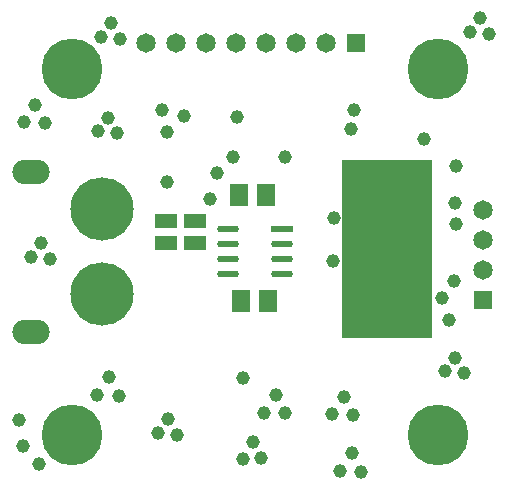
<source format=gbr>
%TF.GenerationSoftware,Altium Limited,Altium Designer,22.8.2 (66)*%
G04 Layer_Color=16711935*
%FSLAX45Y45*%
%MOMM*%
%TF.SameCoordinates,C69CFF7D-580E-4D1C-BBFF-10AAE48A081B*%
%TF.FilePolarity,Negative*%
%TF.FileFunction,Soldermask,Bot*%
%TF.Part,Single*%
G01*
G75*
%TA.AperFunction,SMDPad,CuDef*%
%ADD37R,1.87407X0.54213*%
G04:AMPARAMS|DCode=38|XSize=1.87407mm|YSize=0.54213mm|CornerRadius=0.27107mm|HoleSize=0mm|Usage=FLASHONLY|Rotation=180.000|XOffset=0mm|YOffset=0mm|HoleType=Round|Shape=RoundedRectangle|*
%AMROUNDEDRECTD38*
21,1,1.87407,0.00000,0,0,180.0*
21,1,1.33193,0.54213,0,0,180.0*
1,1,0.54213,-0.66597,0.00000*
1,1,0.54213,0.66597,0.00000*
1,1,0.54213,0.66597,0.00000*
1,1,0.54213,-0.66597,0.00000*
%
%ADD38ROUNDEDRECTD38*%
%ADD39R,7.65000X15.15000*%
%ADD40R,1.85000X1.15000*%
%ADD41R,1.55000X1.85000*%
%TA.AperFunction,ComponentPad*%
%ADD42C,1.65000*%
%ADD43R,1.65000X1.65000*%
%ADD44O,3.15000X2.05000*%
%ADD45C,5.35000*%
%TA.AperFunction,ViaPad*%
%ADD46C,5.15000*%
%TA.AperFunction,ComponentPad*%
%ADD47R,1.65000X1.65000*%
%TA.AperFunction,ViaPad*%
%ADD48C,1.15000*%
%ADD49C,0.75000*%
D37*
X231607Y190500D02*
D03*
D38*
Y63500D02*
D03*
Y-63500D02*
D03*
Y-190500D02*
D03*
X-231607D02*
D03*
Y-63500D02*
D03*
Y63500D02*
D03*
Y190500D02*
D03*
D39*
X1120000Y25000D02*
D03*
D40*
X-505000Y265000D02*
D03*
Y75000D02*
D03*
X-755000Y265000D02*
D03*
Y75000D02*
D03*
D41*
X94300Y480000D02*
D03*
X-134300D02*
D03*
X109300Y-415000D02*
D03*
X-119300D02*
D03*
D42*
X-921000Y1770000D02*
D03*
X-667000D02*
D03*
X-413000D02*
D03*
X-159000D02*
D03*
X95000D02*
D03*
X349000D02*
D03*
X603000D02*
D03*
X1930000Y353000D02*
D03*
Y99000D02*
D03*
Y-155000D02*
D03*
D43*
X857000Y1770000D02*
D03*
D44*
X-1900000Y675000D02*
D03*
Y-675000D02*
D03*
D45*
X-1300000Y360000D02*
D03*
Y-360000D02*
D03*
D46*
X1550000Y1550000D02*
D03*
X-1550000D02*
D03*
X1550000Y-1550000D02*
D03*
X-1550000D02*
D03*
D47*
X1930000Y-409000D02*
D03*
D48*
X172667Y-1212775D02*
D03*
X71708Y-1361489D02*
D03*
X252667Y-1367775D02*
D03*
X-1233715Y-1063526D02*
D03*
X-1334674Y-1212241D02*
D03*
X-1153715Y-1218527D02*
D03*
X-1859412Y1244088D02*
D03*
X-1960370Y1095374D02*
D03*
X-1779411Y1089088D02*
D03*
X750000Y-1225000D02*
D03*
X649042Y-1373715D02*
D03*
X830000Y-1380001D02*
D03*
X1700000Y235000D02*
D03*
X1685000Y-250000D02*
D03*
X1580000Y-390000D02*
D03*
X-105000Y-1070000D02*
D03*
X1429612Y959247D02*
D03*
X-322173Y670471D02*
D03*
X-155000Y1140000D02*
D03*
X1639473Y-580627D02*
D03*
X1695000Y415000D02*
D03*
X-185000Y800000D02*
D03*
X660000Y-75000D02*
D03*
X-600000Y1150000D02*
D03*
X-750000Y1015000D02*
D03*
X-785000Y1200000D02*
D03*
X1904037Y1976155D02*
D03*
X1819037Y1861155D02*
D03*
X1979951Y1844141D02*
D03*
X-1217243Y1934950D02*
D03*
X-1302244Y1819950D02*
D03*
X-1141329Y1802935D02*
D03*
X-1248147Y1136603D02*
D03*
X-1333147Y1021603D02*
D03*
X-1172233Y1004588D02*
D03*
X-1965000Y-1645000D02*
D03*
X-1995000Y-1420000D02*
D03*
X-1830000Y-1795000D02*
D03*
X-1815000Y75000D02*
D03*
X-1900000Y-40000D02*
D03*
X-1739086Y-57015D02*
D03*
X1690000Y-895000D02*
D03*
X1605000Y-1010000D02*
D03*
X1765914Y-1027015D02*
D03*
X-735000Y-1415000D02*
D03*
X-820000Y-1530000D02*
D03*
X-659086Y-1547015D02*
D03*
X46059Y-1749076D02*
D03*
X-106762Y-1754736D02*
D03*
X-16202Y-1613235D02*
D03*
X900000Y-1860000D02*
D03*
X719041Y-1853714D02*
D03*
X820000Y-1705000D02*
D03*
X836926Y1205219D02*
D03*
X1700000Y725000D02*
D03*
X-745000Y590000D02*
D03*
X815000Y1040000D02*
D03*
X820000Y570000D02*
D03*
X255000Y805000D02*
D03*
X665000Y285000D02*
D03*
X-380000Y450000D02*
D03*
D49*
X1007500Y-212500D02*
D03*
Y227500D02*
D03*
X1117500D02*
D03*
X1227500D02*
D03*
X1007500Y117500D02*
D03*
X1117500D02*
D03*
X1227500D02*
D03*
X1007500Y7500D02*
D03*
X1117500D02*
D03*
X1227500D02*
D03*
X1007500Y-102500D02*
D03*
X1117500D02*
D03*
X1227500D02*
D03*
X1117500Y-212500D02*
D03*
X1227500D02*
D03*
%TF.MD5,e2ab758fff9ed6b8d60429daf19ad639*%
M02*

</source>
